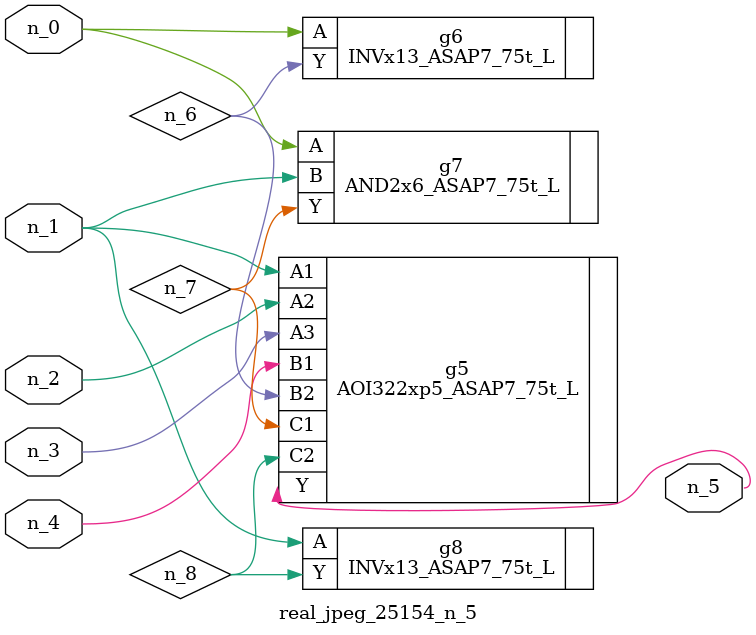
<source format=v>
module real_jpeg_25154_n_5 (n_4, n_0, n_1, n_2, n_3, n_5);

input n_4;
input n_0;
input n_1;
input n_2;
input n_3;

output n_5;

wire n_8;
wire n_6;
wire n_7;

INVx13_ASAP7_75t_L g6 ( 
.A(n_0),
.Y(n_6)
);

AND2x6_ASAP7_75t_L g7 ( 
.A(n_0),
.B(n_1),
.Y(n_7)
);

AOI322xp5_ASAP7_75t_L g5 ( 
.A1(n_1),
.A2(n_2),
.A3(n_3),
.B1(n_4),
.B2(n_6),
.C1(n_7),
.C2(n_8),
.Y(n_5)
);

INVx13_ASAP7_75t_L g8 ( 
.A(n_1),
.Y(n_8)
);


endmodule
</source>
